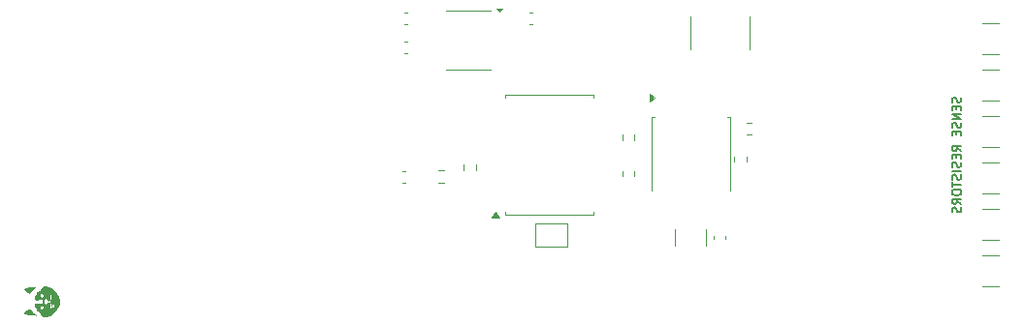
<source format=gbr>
%TF.GenerationSoftware,KiCad,Pcbnew,9.0.4*%
%TF.CreationDate,2025-09-18T09:53:14-07:00*%
%TF.ProjectId,bigpulse,62696770-756c-4736-952e-6b696361645f,rev?*%
%TF.SameCoordinates,Original*%
%TF.FileFunction,Legend,Bot*%
%TF.FilePolarity,Positive*%
%FSLAX46Y46*%
G04 Gerber Fmt 4.6, Leading zero omitted, Abs format (unit mm)*
G04 Created by KiCad (PCBNEW 9.0.4) date 2025-09-18 09:53:14*
%MOMM*%
%LPD*%
G01*
G04 APERTURE LIST*
%ADD10C,0.190500*%
%ADD11C,0.120000*%
%ADD12C,0.004482*%
%ADD13C,0.000000*%
G04 APERTURE END LIST*
D10*
X220651324Y-96574428D02*
X220687609Y-96683286D01*
X220687609Y-96683286D02*
X220687609Y-96864714D01*
X220687609Y-96864714D02*
X220651324Y-96937286D01*
X220651324Y-96937286D02*
X220615038Y-96973571D01*
X220615038Y-96973571D02*
X220542466Y-97009857D01*
X220542466Y-97009857D02*
X220469895Y-97009857D01*
X220469895Y-97009857D02*
X220397324Y-96973571D01*
X220397324Y-96973571D02*
X220361038Y-96937286D01*
X220361038Y-96937286D02*
X220324752Y-96864714D01*
X220324752Y-96864714D02*
X220288466Y-96719571D01*
X220288466Y-96719571D02*
X220252181Y-96647000D01*
X220252181Y-96647000D02*
X220215895Y-96610714D01*
X220215895Y-96610714D02*
X220143324Y-96574428D01*
X220143324Y-96574428D02*
X220070752Y-96574428D01*
X220070752Y-96574428D02*
X219998181Y-96610714D01*
X219998181Y-96610714D02*
X219961895Y-96647000D01*
X219961895Y-96647000D02*
X219925609Y-96719571D01*
X219925609Y-96719571D02*
X219925609Y-96901000D01*
X219925609Y-96901000D02*
X219961895Y-97009857D01*
X220288466Y-97336428D02*
X220288466Y-97590428D01*
X220687609Y-97699285D02*
X220687609Y-97336428D01*
X220687609Y-97336428D02*
X219925609Y-97336428D01*
X219925609Y-97336428D02*
X219925609Y-97699285D01*
X220687609Y-98025857D02*
X219925609Y-98025857D01*
X219925609Y-98025857D02*
X220687609Y-98461286D01*
X220687609Y-98461286D02*
X219925609Y-98461286D01*
X220651324Y-98787857D02*
X220687609Y-98896715D01*
X220687609Y-98896715D02*
X220687609Y-99078143D01*
X220687609Y-99078143D02*
X220651324Y-99150715D01*
X220651324Y-99150715D02*
X220615038Y-99187000D01*
X220615038Y-99187000D02*
X220542466Y-99223286D01*
X220542466Y-99223286D02*
X220469895Y-99223286D01*
X220469895Y-99223286D02*
X220397324Y-99187000D01*
X220397324Y-99187000D02*
X220361038Y-99150715D01*
X220361038Y-99150715D02*
X220324752Y-99078143D01*
X220324752Y-99078143D02*
X220288466Y-98933000D01*
X220288466Y-98933000D02*
X220252181Y-98860429D01*
X220252181Y-98860429D02*
X220215895Y-98824143D01*
X220215895Y-98824143D02*
X220143324Y-98787857D01*
X220143324Y-98787857D02*
X220070752Y-98787857D01*
X220070752Y-98787857D02*
X219998181Y-98824143D01*
X219998181Y-98824143D02*
X219961895Y-98860429D01*
X219961895Y-98860429D02*
X219925609Y-98933000D01*
X219925609Y-98933000D02*
X219925609Y-99114429D01*
X219925609Y-99114429D02*
X219961895Y-99223286D01*
X220288466Y-99549857D02*
X220288466Y-99803857D01*
X220687609Y-99912714D02*
X220687609Y-99549857D01*
X220687609Y-99549857D02*
X219925609Y-99549857D01*
X219925609Y-99549857D02*
X219925609Y-99912714D01*
X220687609Y-101255286D02*
X220324752Y-101001286D01*
X220687609Y-100819857D02*
X219925609Y-100819857D01*
X219925609Y-100819857D02*
X219925609Y-101110143D01*
X219925609Y-101110143D02*
X219961895Y-101182714D01*
X219961895Y-101182714D02*
X219998181Y-101219000D01*
X219998181Y-101219000D02*
X220070752Y-101255286D01*
X220070752Y-101255286D02*
X220179609Y-101255286D01*
X220179609Y-101255286D02*
X220252181Y-101219000D01*
X220252181Y-101219000D02*
X220288466Y-101182714D01*
X220288466Y-101182714D02*
X220324752Y-101110143D01*
X220324752Y-101110143D02*
X220324752Y-100819857D01*
X220288466Y-101581857D02*
X220288466Y-101835857D01*
X220687609Y-101944714D02*
X220687609Y-101581857D01*
X220687609Y-101581857D02*
X219925609Y-101581857D01*
X219925609Y-101581857D02*
X219925609Y-101944714D01*
X220651324Y-102235000D02*
X220687609Y-102343858D01*
X220687609Y-102343858D02*
X220687609Y-102525286D01*
X220687609Y-102525286D02*
X220651324Y-102597858D01*
X220651324Y-102597858D02*
X220615038Y-102634143D01*
X220615038Y-102634143D02*
X220542466Y-102670429D01*
X220542466Y-102670429D02*
X220469895Y-102670429D01*
X220469895Y-102670429D02*
X220397324Y-102634143D01*
X220397324Y-102634143D02*
X220361038Y-102597858D01*
X220361038Y-102597858D02*
X220324752Y-102525286D01*
X220324752Y-102525286D02*
X220288466Y-102380143D01*
X220288466Y-102380143D02*
X220252181Y-102307572D01*
X220252181Y-102307572D02*
X220215895Y-102271286D01*
X220215895Y-102271286D02*
X220143324Y-102235000D01*
X220143324Y-102235000D02*
X220070752Y-102235000D01*
X220070752Y-102235000D02*
X219998181Y-102271286D01*
X219998181Y-102271286D02*
X219961895Y-102307572D01*
X219961895Y-102307572D02*
X219925609Y-102380143D01*
X219925609Y-102380143D02*
X219925609Y-102561572D01*
X219925609Y-102561572D02*
X219961895Y-102670429D01*
X220687609Y-102997000D02*
X219925609Y-102997000D01*
X220651324Y-103323571D02*
X220687609Y-103432429D01*
X220687609Y-103432429D02*
X220687609Y-103613857D01*
X220687609Y-103613857D02*
X220651324Y-103686429D01*
X220651324Y-103686429D02*
X220615038Y-103722714D01*
X220615038Y-103722714D02*
X220542466Y-103759000D01*
X220542466Y-103759000D02*
X220469895Y-103759000D01*
X220469895Y-103759000D02*
X220397324Y-103722714D01*
X220397324Y-103722714D02*
X220361038Y-103686429D01*
X220361038Y-103686429D02*
X220324752Y-103613857D01*
X220324752Y-103613857D02*
X220288466Y-103468714D01*
X220288466Y-103468714D02*
X220252181Y-103396143D01*
X220252181Y-103396143D02*
X220215895Y-103359857D01*
X220215895Y-103359857D02*
X220143324Y-103323571D01*
X220143324Y-103323571D02*
X220070752Y-103323571D01*
X220070752Y-103323571D02*
X219998181Y-103359857D01*
X219998181Y-103359857D02*
X219961895Y-103396143D01*
X219961895Y-103396143D02*
X219925609Y-103468714D01*
X219925609Y-103468714D02*
X219925609Y-103650143D01*
X219925609Y-103650143D02*
X219961895Y-103759000D01*
X219925609Y-103976714D02*
X219925609Y-104412143D01*
X220687609Y-104194428D02*
X219925609Y-104194428D01*
X219925609Y-104811285D02*
X219925609Y-104956428D01*
X219925609Y-104956428D02*
X219961895Y-105028999D01*
X219961895Y-105028999D02*
X220034466Y-105101571D01*
X220034466Y-105101571D02*
X220179609Y-105137856D01*
X220179609Y-105137856D02*
X220433609Y-105137856D01*
X220433609Y-105137856D02*
X220578752Y-105101571D01*
X220578752Y-105101571D02*
X220651324Y-105028999D01*
X220651324Y-105028999D02*
X220687609Y-104956428D01*
X220687609Y-104956428D02*
X220687609Y-104811285D01*
X220687609Y-104811285D02*
X220651324Y-104738714D01*
X220651324Y-104738714D02*
X220578752Y-104666142D01*
X220578752Y-104666142D02*
X220433609Y-104629856D01*
X220433609Y-104629856D02*
X220179609Y-104629856D01*
X220179609Y-104629856D02*
X220034466Y-104666142D01*
X220034466Y-104666142D02*
X219961895Y-104738714D01*
X219961895Y-104738714D02*
X219925609Y-104811285D01*
X220687609Y-105899857D02*
X220324752Y-105645857D01*
X220687609Y-105464428D02*
X219925609Y-105464428D01*
X219925609Y-105464428D02*
X219925609Y-105754714D01*
X219925609Y-105754714D02*
X219961895Y-105827285D01*
X219961895Y-105827285D02*
X219998181Y-105863571D01*
X219998181Y-105863571D02*
X220070752Y-105899857D01*
X220070752Y-105899857D02*
X220179609Y-105899857D01*
X220179609Y-105899857D02*
X220252181Y-105863571D01*
X220252181Y-105863571D02*
X220288466Y-105827285D01*
X220288466Y-105827285D02*
X220324752Y-105754714D01*
X220324752Y-105754714D02*
X220324752Y-105464428D01*
X220651324Y-106190142D02*
X220687609Y-106299000D01*
X220687609Y-106299000D02*
X220687609Y-106480428D01*
X220687609Y-106480428D02*
X220651324Y-106553000D01*
X220651324Y-106553000D02*
X220615038Y-106589285D01*
X220615038Y-106589285D02*
X220542466Y-106625571D01*
X220542466Y-106625571D02*
X220469895Y-106625571D01*
X220469895Y-106625571D02*
X220397324Y-106589285D01*
X220397324Y-106589285D02*
X220361038Y-106553000D01*
X220361038Y-106553000D02*
X220324752Y-106480428D01*
X220324752Y-106480428D02*
X220288466Y-106335285D01*
X220288466Y-106335285D02*
X220252181Y-106262714D01*
X220252181Y-106262714D02*
X220215895Y-106226428D01*
X220215895Y-106226428D02*
X220143324Y-106190142D01*
X220143324Y-106190142D02*
X220070752Y-106190142D01*
X220070752Y-106190142D02*
X219998181Y-106226428D01*
X219998181Y-106226428D02*
X219961895Y-106262714D01*
X219961895Y-106262714D02*
X219925609Y-106335285D01*
X219925609Y-106335285D02*
X219925609Y-106516714D01*
X219925609Y-106516714D02*
X219961895Y-106625571D01*
D11*
%TO.C,U3*%
X177673000Y-89007000D02*
X175723000Y-89007000D01*
X177673000Y-89007000D02*
X179623000Y-89007000D01*
X177673000Y-94127000D02*
X175723000Y-94127000D01*
X177673000Y-94127000D02*
X179623000Y-94127000D01*
X180373000Y-89102000D02*
X180133000Y-88772000D01*
X180613000Y-88772000D01*
X180373000Y-89102000D01*
G36*
X180373000Y-89102000D02*
G01*
X180133000Y-88772000D01*
X180613000Y-88772000D01*
X180373000Y-89102000D01*
G37*
%TO.C,C11*%
X199134000Y-108979580D02*
X199134000Y-108698420D01*
X200154000Y-108979580D02*
X200154000Y-108698420D01*
%TO.C,R21*%
X201946742Y-98791500D02*
X202421258Y-98791500D01*
X201946742Y-99836500D02*
X202421258Y-99836500D01*
%TO.C,R13*%
X223989737Y-110405000D02*
X222542263Y-110405000D01*
X223989737Y-113115000D02*
X222542263Y-113115000D01*
%TO.C,JP2*%
X183512000Y-107610400D02*
X183512000Y-109610400D01*
X183512000Y-109610400D02*
X186312000Y-109610400D01*
X186312000Y-107610400D02*
X183512000Y-107610400D01*
X186312000Y-109610400D02*
X186312000Y-107610400D01*
D12*
%TO.C,svg2mod*%
X141290782Y-114794760D02*
X141290335Y-114815310D01*
X141289418Y-114835803D01*
X141290334Y-114815310D01*
X141290782Y-114794760D01*
G36*
X141290782Y-114794760D02*
G01*
X141290335Y-114815310D01*
X141289418Y-114835803D01*
X141290334Y-114815310D01*
X141290782Y-114794760D01*
G37*
X141289011Y-114733871D02*
X141290151Y-114753931D01*
X141290731Y-114774264D01*
X141290150Y-114753931D01*
X141289011Y-114733871D01*
G36*
X141289011Y-114733871D02*
G01*
X141290151Y-114753931D01*
X141290731Y-114774264D01*
X141290150Y-114753931D01*
X141289011Y-114733871D01*
G37*
D13*
G36*
X140027360Y-113160332D02*
G01*
X140023284Y-113166134D01*
X140009897Y-113176858D01*
X139986351Y-113193714D01*
X139951796Y-113217913D01*
X139931857Y-113232172D01*
X139911680Y-113247160D01*
X139891309Y-113262829D01*
X139870791Y-113279133D01*
X139850170Y-113296024D01*
X139829492Y-113313455D01*
X139808802Y-113331379D01*
X139788146Y-113349749D01*
X139767569Y-113368517D01*
X139747115Y-113387636D01*
X139726832Y-113407059D01*
X139706763Y-113426740D01*
X139686955Y-113446630D01*
X139667452Y-113466683D01*
X139648300Y-113486851D01*
X139629544Y-113507087D01*
X139611230Y-113527345D01*
X139593403Y-113547576D01*
X139576108Y-113567734D01*
X139559390Y-113587771D01*
X139543296Y-113607641D01*
X139527870Y-113627297D01*
X139513158Y-113646690D01*
X139499204Y-113665773D01*
X139486055Y-113684501D01*
X139473755Y-113702825D01*
X139462351Y-113720698D01*
X139451887Y-113738074D01*
X139436149Y-113761198D01*
X139425125Y-113770817D01*
X139417028Y-113767878D01*
X139399128Y-113759704D01*
X139373415Y-113747260D01*
X139341883Y-113731510D01*
X139306523Y-113713418D01*
X139270189Y-113694369D01*
X139235640Y-113675740D01*
X139202876Y-113657527D01*
X139171896Y-113639726D01*
X139142699Y-113622333D01*
X139115285Y-113605344D01*
X139089654Y-113588753D01*
X139065803Y-113572557D01*
X139043733Y-113556752D01*
X139023442Y-113541334D01*
X139004931Y-113526297D01*
X138988198Y-113511639D01*
X138973242Y-113497353D01*
X138960063Y-113483438D01*
X138948659Y-113469887D01*
X138939031Y-113456697D01*
X138931178Y-113443864D01*
X138925098Y-113431383D01*
X138920791Y-113419250D01*
X138918256Y-113407461D01*
X138917493Y-113396011D01*
X138918994Y-113382330D01*
X138923196Y-113369152D01*
X138930098Y-113356470D01*
X138939697Y-113344276D01*
X138951992Y-113332561D01*
X138966982Y-113321317D01*
X138984666Y-113310537D01*
X139005041Y-113300212D01*
X139028107Y-113290334D01*
X139053863Y-113280895D01*
X139082306Y-113271887D01*
X139113435Y-113263303D01*
X139147250Y-113255133D01*
X139183747Y-113247370D01*
X139222927Y-113240007D01*
X139239937Y-113237056D01*
X139257073Y-113234206D01*
X139274482Y-113231440D01*
X139292311Y-113228742D01*
X139310706Y-113226094D01*
X139329813Y-113223481D01*
X139349778Y-113220885D01*
X139370749Y-113218291D01*
X139392871Y-113215682D01*
X139416291Y-113213041D01*
X139441156Y-113210353D01*
X139467612Y-113207599D01*
X139495804Y-113204765D01*
X139525881Y-113201833D01*
X139557987Y-113198787D01*
X139592270Y-113195611D01*
X139628876Y-113192287D01*
X139667951Y-113188800D01*
X139709642Y-113185133D01*
X139745224Y-113182022D01*
X139780165Y-113178966D01*
X139814020Y-113176003D01*
X139846342Y-113173173D01*
X139876685Y-113170514D01*
X139904605Y-113168067D01*
X139929655Y-113165869D01*
X139951388Y-113163960D01*
X139969360Y-113162380D01*
X139983124Y-113161166D01*
X139992235Y-113160359D01*
X140010986Y-113158655D01*
X140022978Y-113158242D01*
X140027360Y-113160332D01*
G37*
G36*
X139430093Y-115085499D02*
G01*
X139441280Y-115099380D01*
X139456149Y-115119925D01*
X139473096Y-115145013D01*
X139486133Y-115164530D01*
X139499746Y-115184149D01*
X139513912Y-115203846D01*
X139528609Y-115223598D01*
X139543811Y-115243379D01*
X139559496Y-115263169D01*
X139575640Y-115282941D01*
X139592219Y-115302674D01*
X139609211Y-115322342D01*
X139626591Y-115341924D01*
X139644336Y-115361394D01*
X139662423Y-115380730D01*
X139680827Y-115399908D01*
X139699526Y-115418905D01*
X139718496Y-115437696D01*
X139737713Y-115456258D01*
X139757154Y-115474568D01*
X139776795Y-115492601D01*
X139796613Y-115510335D01*
X139816585Y-115527746D01*
X139836686Y-115544810D01*
X139856893Y-115561503D01*
X139877183Y-115577803D01*
X139897532Y-115593684D01*
X139917917Y-115609125D01*
X139938314Y-115624100D01*
X139958700Y-115638587D01*
X139979050Y-115652563D01*
X140004712Y-115669994D01*
X140025578Y-115684397D01*
X140039507Y-115694276D01*
X140044355Y-115698136D01*
X140029484Y-115696974D01*
X139995117Y-115692993D01*
X139985421Y-115691885D01*
X139971110Y-115690385D01*
X139952635Y-115688534D01*
X139930447Y-115686376D01*
X139904997Y-115683953D01*
X139876737Y-115681306D01*
X139846118Y-115678479D01*
X139813591Y-115675512D01*
X139779608Y-115672449D01*
X139744619Y-115669332D01*
X139709077Y-115666203D01*
X139671305Y-115662864D01*
X139634919Y-115659577D01*
X139599896Y-115656338D01*
X139566217Y-115653147D01*
X139533859Y-115650000D01*
X139502801Y-115646894D01*
X139473021Y-115643827D01*
X139444498Y-115640798D01*
X139417211Y-115637802D01*
X139391138Y-115634838D01*
X139366258Y-115631902D01*
X139342549Y-115628994D01*
X139319990Y-115626109D01*
X139298560Y-115623245D01*
X139278236Y-115620401D01*
X139258999Y-115617573D01*
X139240826Y-115614758D01*
X139223696Y-115611955D01*
X139207587Y-115609161D01*
X139192478Y-115606373D01*
X139178348Y-115603588D01*
X139140688Y-115595395D01*
X139105951Y-115586763D01*
X139074139Y-115577683D01*
X139045256Y-115568145D01*
X139019305Y-115558137D01*
X138996288Y-115547648D01*
X138976210Y-115536670D01*
X138959072Y-115525190D01*
X138944879Y-115513198D01*
X138933633Y-115500684D01*
X138925338Y-115487637D01*
X138919996Y-115474047D01*
X138917611Y-115459903D01*
X138917778Y-115448780D01*
X138919654Y-115437327D01*
X138923242Y-115425538D01*
X138928542Y-115413410D01*
X138935557Y-115400937D01*
X138944286Y-115388115D01*
X138954733Y-115374940D01*
X138966898Y-115361406D01*
X138980782Y-115347509D01*
X138996387Y-115333245D01*
X139013714Y-115318608D01*
X139032765Y-115303595D01*
X139053541Y-115288200D01*
X139076044Y-115272418D01*
X139100274Y-115256246D01*
X139126233Y-115239679D01*
X139153923Y-115222711D01*
X139183344Y-115205339D01*
X139214499Y-115187557D01*
X139247389Y-115169361D01*
X139282014Y-115150747D01*
X139318377Y-115131709D01*
X139349991Y-115115537D01*
X139378157Y-115101458D01*
X139401098Y-115090334D01*
X139417037Y-115083028D01*
X139424195Y-115080401D01*
X139430093Y-115085499D01*
G37*
D12*
X141868322Y-114785386D02*
X141858210Y-114806856D01*
X141847639Y-114828455D01*
X141836614Y-114850176D01*
X141825140Y-114872011D01*
X141813223Y-114893951D01*
X141800867Y-114915990D01*
X141788076Y-114938118D01*
X141774857Y-114960328D01*
X141761213Y-114982612D01*
X141747151Y-115004962D01*
X141732674Y-115027370D01*
X141717788Y-115049828D01*
X141702498Y-115072328D01*
X141686808Y-115094862D01*
X141670724Y-115117422D01*
X141654251Y-115140000D01*
X141637393Y-115162588D01*
X141620156Y-115185178D01*
X141602544Y-115207763D01*
X141584562Y-115230334D01*
X141566216Y-115252883D01*
X141547510Y-115275402D01*
X141528449Y-115297884D01*
X141509039Y-115320320D01*
X141489283Y-115342702D01*
X141469188Y-115365022D01*
X141448757Y-115387273D01*
X141427997Y-115409447D01*
X141406912Y-115431535D01*
X141385506Y-115453529D01*
X141367132Y-115472073D01*
X141349987Y-115488961D01*
X141333753Y-115504373D01*
X141318112Y-115518488D01*
X141302746Y-115531485D01*
X141287338Y-115543544D01*
X141271570Y-115554843D01*
X141255124Y-115565561D01*
X141237683Y-115575879D01*
X141218928Y-115585974D01*
X141198543Y-115596026D01*
X141176209Y-115606215D01*
X141151608Y-115616720D01*
X141124424Y-115627719D01*
X141094338Y-115639392D01*
X141061032Y-115651918D01*
X141024189Y-115665476D01*
X140983491Y-115680246D01*
X140955009Y-115690091D01*
X140927089Y-115698849D01*
X140899727Y-115706518D01*
X140872924Y-115713098D01*
X140846675Y-115718588D01*
X140820981Y-115722988D01*
X140795839Y-115726297D01*
X140771247Y-115728514D01*
X140747204Y-115729639D01*
X140723708Y-115729671D01*
X140700757Y-115728609D01*
X140678350Y-115726454D01*
X140656484Y-115723203D01*
X140635158Y-115718857D01*
X140614369Y-115713415D01*
X140594118Y-115706876D01*
X140574400Y-115699240D01*
X140555216Y-115690507D01*
X140536563Y-115680674D01*
X140518439Y-115669743D01*
X140500842Y-115657711D01*
X140483771Y-115644579D01*
X140467224Y-115630346D01*
X140451200Y-115615012D01*
X140435696Y-115598575D01*
X140420710Y-115581035D01*
X140406242Y-115562392D01*
X140392289Y-115542644D01*
X140378849Y-115521791D01*
X140365921Y-115499834D01*
X140353502Y-115476770D01*
X140341592Y-115452599D01*
X140330252Y-115428579D01*
X140319261Y-115405357D01*
X140309385Y-115384549D01*
X140301389Y-115367765D01*
X140296037Y-115356620D01*
X140287405Y-115341808D01*
X140276280Y-115328425D01*
X140262095Y-115316153D01*
X140244285Y-115304670D01*
X140222283Y-115293656D01*
X140195521Y-115282790D01*
X140163434Y-115271752D01*
X140125453Y-115260222D01*
X140104166Y-115253219D01*
X140085016Y-115245012D01*
X140067873Y-115235385D01*
X140052608Y-115224119D01*
X140039092Y-115210997D01*
X140027194Y-115195802D01*
X140016787Y-115178316D01*
X140007739Y-115158322D01*
X139999922Y-115135602D01*
X139993207Y-115109939D01*
X139987464Y-115081115D01*
X139982563Y-115048914D01*
X139978375Y-115013117D01*
X139974465Y-114981718D01*
X139969659Y-114958927D01*
X140231808Y-114958927D01*
X140233483Y-114982750D01*
X140238048Y-115005628D01*
X140245367Y-115027372D01*
X140255300Y-115047795D01*
X140267712Y-115066707D01*
X140282464Y-115083920D01*
X140299419Y-115099245D01*
X140318438Y-115112494D01*
X140339385Y-115123478D01*
X140362122Y-115132009D01*
X140386511Y-115137897D01*
X140412414Y-115140955D01*
X140435978Y-115141001D01*
X140458603Y-115138405D01*
X140480168Y-115133337D01*
X140500556Y-115125970D01*
X140519648Y-115116473D01*
X140537324Y-115105018D01*
X140553466Y-115091776D01*
X140567955Y-115076918D01*
X140580672Y-115060615D01*
X140591498Y-115043037D01*
X140600315Y-115024357D01*
X140607003Y-115004745D01*
X140611444Y-114984371D01*
X140613519Y-114963407D01*
X140613109Y-114942025D01*
X140610096Y-114920394D01*
X140604360Y-114898686D01*
X140595782Y-114877072D01*
X140585186Y-114857278D01*
X140572924Y-114839479D01*
X140559169Y-114823661D01*
X140544097Y-114809812D01*
X140527881Y-114797919D01*
X140510696Y-114787969D01*
X140492716Y-114779948D01*
X140474115Y-114773845D01*
X140455068Y-114769646D01*
X140435748Y-114767339D01*
X140416331Y-114766909D01*
X140396990Y-114768345D01*
X140377900Y-114771633D01*
X140359235Y-114776761D01*
X140341169Y-114783715D01*
X140323877Y-114792483D01*
X140307532Y-114803052D01*
X140292310Y-114815408D01*
X140278384Y-114829539D01*
X140265929Y-114845432D01*
X140255119Y-114863073D01*
X140246128Y-114882451D01*
X140239130Y-114903552D01*
X140234935Y-114922297D01*
X140232513Y-114940782D01*
X140231808Y-114958927D01*
X139969659Y-114958927D01*
X139969270Y-114957084D01*
X139961707Y-114937663D01*
X139950689Y-114921903D01*
X139935133Y-114908253D01*
X139913952Y-114895161D01*
X139886062Y-114881075D01*
X139854662Y-114865119D01*
X139830965Y-114850629D01*
X139814121Y-114836747D01*
X139803281Y-114822611D01*
X139797594Y-114807361D01*
X139796211Y-114790139D01*
X139798089Y-114775029D01*
X139802957Y-114757734D01*
X139810763Y-114738337D01*
X139821457Y-114716918D01*
X139834988Y-114693558D01*
X139851306Y-114668338D01*
X139870360Y-114641339D01*
X139892098Y-114612643D01*
X139898245Y-114606839D01*
X139906500Y-114602304D01*
X139916735Y-114598961D01*
X139928825Y-114596733D01*
X139942645Y-114595542D01*
X139958067Y-114595310D01*
X139974965Y-114595961D01*
X139993215Y-114597416D01*
X140012689Y-114599597D01*
X140033261Y-114602429D01*
X140054806Y-114605832D01*
X140077197Y-114609729D01*
X140100308Y-114614044D01*
X140124014Y-114618697D01*
X140148187Y-114623613D01*
X140172703Y-114628712D01*
X140197434Y-114633919D01*
X140222255Y-114639155D01*
X140247040Y-114644342D01*
X140271663Y-114649404D01*
X140295997Y-114654262D01*
X140319916Y-114658840D01*
X140343295Y-114663059D01*
X140366007Y-114666842D01*
X140387926Y-114670112D01*
X140408927Y-114672791D01*
X140428882Y-114674801D01*
X140447666Y-114676066D01*
X140465153Y-114676507D01*
X140481217Y-114676047D01*
X140495732Y-114674608D01*
X140508571Y-114672114D01*
X140519609Y-114668486D01*
X140528719Y-114663647D01*
X140535775Y-114657519D01*
X140540652Y-114650025D01*
X140543222Y-114641087D01*
X140543361Y-114630629D01*
X140540942Y-114618571D01*
X140535839Y-114604838D01*
X140527385Y-114583978D01*
X140519342Y-114560402D01*
X140512034Y-114534888D01*
X140505785Y-114508215D01*
X140500920Y-114481163D01*
X140497764Y-114454511D01*
X140496639Y-114429037D01*
X140497024Y-114422162D01*
X140588396Y-114422162D01*
X140588993Y-114460911D01*
X140590505Y-114496087D01*
X140592978Y-114527875D01*
X140596458Y-114556463D01*
X140600991Y-114582036D01*
X140606622Y-114604782D01*
X140613399Y-114624886D01*
X140621368Y-114642535D01*
X140630573Y-114657915D01*
X140641062Y-114671214D01*
X140652881Y-114682616D01*
X140668672Y-114693943D01*
X140685819Y-114702652D01*
X140704122Y-114708825D01*
X140723380Y-114712541D01*
X140743395Y-114713879D01*
X140763965Y-114712920D01*
X140784893Y-114709743D01*
X140805977Y-114704429D01*
X140827018Y-114697056D01*
X140847817Y-114687705D01*
X140868174Y-114676456D01*
X140887888Y-114663389D01*
X140906760Y-114648583D01*
X140924591Y-114632118D01*
X140941180Y-114614074D01*
X140956329Y-114594532D01*
X140969836Y-114573569D01*
X140981503Y-114551268D01*
X140993550Y-114526233D01*
X141002940Y-114513524D01*
X141013201Y-114512939D01*
X141027860Y-114524277D01*
X141050446Y-114547338D01*
X141066144Y-114564583D01*
X141080239Y-114582048D01*
X141092757Y-114599872D01*
X141103727Y-114618196D01*
X141113174Y-114637159D01*
X141121127Y-114656900D01*
X141127611Y-114677558D01*
X141132655Y-114699275D01*
X141136286Y-114722188D01*
X141138530Y-114746438D01*
X141139414Y-114772164D01*
X141138967Y-114799507D01*
X141137214Y-114828604D01*
X141134183Y-114859597D01*
X141129901Y-114892624D01*
X141124395Y-114927825D01*
X141119307Y-114963407D01*
X141118944Y-114965944D01*
X141116599Y-114997879D01*
X141117512Y-115024088D01*
X141121834Y-115045029D01*
X141129714Y-115061161D01*
X141141306Y-115072941D01*
X141156758Y-115080827D01*
X141176224Y-115085279D01*
X141194210Y-115084791D01*
X141211194Y-115078520D01*
X141226970Y-115066665D01*
X141241331Y-115049426D01*
X141254070Y-115027003D01*
X141264981Y-114999595D01*
X141272131Y-114980136D01*
X141280848Y-114968148D01*
X141295876Y-114961547D01*
X141321959Y-114958250D01*
X141363841Y-114956173D01*
X141401671Y-114954254D01*
X141428852Y-114951842D01*
X141431188Y-114951432D01*
X141448598Y-114948373D01*
X141464123Y-114943282D01*
X141478640Y-114936004D01*
X141496804Y-114923432D01*
X141513176Y-114907621D01*
X141527562Y-114889093D01*
X141539767Y-114868372D01*
X141549597Y-114845981D01*
X141556857Y-114822440D01*
X141561353Y-114798275D01*
X141562890Y-114774006D01*
X141561273Y-114750157D01*
X141556309Y-114727250D01*
X141548799Y-114706486D01*
X141539391Y-114687924D01*
X141527997Y-114671515D01*
X141514534Y-114657210D01*
X141498914Y-114644960D01*
X141481053Y-114634717D01*
X141460865Y-114626430D01*
X141438263Y-114620051D01*
X141413163Y-114615530D01*
X141385478Y-114612819D01*
X141355124Y-114611868D01*
X141321387Y-114610680D01*
X141295744Y-114606854D01*
X141275505Y-114599672D01*
X141257980Y-114588418D01*
X141240480Y-114572377D01*
X141226023Y-114557135D01*
X141208903Y-114538438D01*
X141191820Y-114518468D01*
X141179573Y-114500511D01*
X141170687Y-114481848D01*
X141163686Y-114459757D01*
X141161980Y-114449141D01*
X141162691Y-114434688D01*
X141167429Y-114415576D01*
X141177805Y-114390980D01*
X141195427Y-114360076D01*
X141211637Y-114333729D01*
X141226505Y-114307882D01*
X141240036Y-114282498D01*
X141252233Y-114257541D01*
X141263099Y-114232975D01*
X141272639Y-114208762D01*
X141280855Y-114184867D01*
X141287753Y-114161254D01*
X141293334Y-114137884D01*
X141297603Y-114114723D01*
X141300565Y-114091733D01*
X141302221Y-114068879D01*
X141302576Y-114046123D01*
X141301634Y-114023430D01*
X141299399Y-114000762D01*
X141295874Y-113978083D01*
X141291062Y-113955357D01*
X141284968Y-113932547D01*
X141277594Y-113909618D01*
X141268946Y-113886531D01*
X141259026Y-113863252D01*
X141247838Y-113839742D01*
X141232596Y-113810365D01*
X141221289Y-113794269D01*
X141209041Y-113786526D01*
X141190977Y-113782206D01*
X141169649Y-113779146D01*
X141152052Y-113778948D01*
X141138026Y-113781958D01*
X141127409Y-113788525D01*
X141120042Y-113798994D01*
X141115763Y-113813715D01*
X141114411Y-113833034D01*
X141115828Y-113857298D01*
X141119850Y-113886856D01*
X141121301Y-113894748D01*
X141126319Y-113922053D01*
X141132642Y-113955770D01*
X141137639Y-113987251D01*
X141141314Y-114016616D01*
X141143666Y-114043985D01*
X141144699Y-114069478D01*
X141144414Y-114093216D01*
X141142813Y-114115318D01*
X141139897Y-114135905D01*
X141135669Y-114155097D01*
X141130131Y-114173015D01*
X141119920Y-114197952D01*
X141106909Y-114224226D01*
X141091905Y-114250697D01*
X141075714Y-114276224D01*
X141059141Y-114299667D01*
X141042994Y-114319886D01*
X141028078Y-114335739D01*
X141015199Y-114346088D01*
X141005165Y-114349791D01*
X140995445Y-114338169D01*
X140979853Y-114310226D01*
X140967411Y-114288200D01*
X140952560Y-114266807D01*
X140935636Y-114246306D01*
X140916973Y-114226955D01*
X140896909Y-114209013D01*
X140875779Y-114192739D01*
X140853918Y-114178392D01*
X140831664Y-114166230D01*
X140809350Y-114156511D01*
X140787315Y-114149496D01*
X140765893Y-114145441D01*
X140745887Y-114144142D01*
X140727031Y-114145111D01*
X140709335Y-114148333D01*
X140692808Y-114153794D01*
X140677458Y-114161480D01*
X140663295Y-114171378D01*
X140650327Y-114183472D01*
X140638564Y-114197750D01*
X140628015Y-114214196D01*
X140618688Y-114232798D01*
X140610594Y-114253540D01*
X140603739Y-114276409D01*
X140598135Y-114301390D01*
X140593790Y-114328471D01*
X140590712Y-114357635D01*
X140588911Y-114388871D01*
X140588396Y-114422162D01*
X140497024Y-114422162D01*
X140498003Y-114404652D01*
X140501718Y-114380332D01*
X140507221Y-114356141D01*
X140513946Y-114332145D01*
X140521331Y-114308410D01*
X140528810Y-114285000D01*
X140535820Y-114261982D01*
X140538432Y-114249100D01*
X140538407Y-114237903D01*
X140535875Y-114228306D01*
X140530966Y-114220221D01*
X140523811Y-114213564D01*
X140514541Y-114208247D01*
X140503284Y-114204184D01*
X140490171Y-114201290D01*
X140475334Y-114199478D01*
X140458901Y-114198662D01*
X140441002Y-114198756D01*
X140421769Y-114199673D01*
X140401332Y-114201328D01*
X140379819Y-114203634D01*
X140357363Y-114206505D01*
X140334093Y-114209855D01*
X140310138Y-114213597D01*
X140285630Y-114217646D01*
X140260699Y-114221916D01*
X140235474Y-114226319D01*
X140210087Y-114230771D01*
X140184666Y-114235184D01*
X140159343Y-114239473D01*
X140134247Y-114243551D01*
X140109509Y-114247333D01*
X140085260Y-114250732D01*
X140061628Y-114253661D01*
X140038744Y-114256035D01*
X140016740Y-114257768D01*
X139995744Y-114258773D01*
X139975887Y-114258965D01*
X139957299Y-114258256D01*
X139940110Y-114256561D01*
X139924451Y-114253794D01*
X139910452Y-114249868D01*
X139898243Y-114244698D01*
X139887954Y-114238196D01*
X139879716Y-114230278D01*
X139862002Y-114208229D01*
X139846662Y-114187534D01*
X139833777Y-114168013D01*
X139823430Y-114149488D01*
X139815702Y-114131779D01*
X139810675Y-114114707D01*
X139808431Y-114098094D01*
X139809052Y-114081760D01*
X139812619Y-114065527D01*
X139819214Y-114049216D01*
X139828920Y-114032647D01*
X139841818Y-114015642D01*
X139857990Y-113998022D01*
X139877517Y-113979607D01*
X139900482Y-113960219D01*
X139926967Y-113939678D01*
X139941149Y-113930496D01*
X139951201Y-113921358D01*
X139958568Y-113908862D01*
X139961352Y-113900114D01*
X140232556Y-113900114D01*
X140234049Y-113922394D01*
X140238027Y-113944253D01*
X140244447Y-113965428D01*
X140253262Y-113985659D01*
X140264428Y-114004684D01*
X140277899Y-114022239D01*
X140293629Y-114038065D01*
X140311575Y-114051898D01*
X140331690Y-114063477D01*
X140353691Y-114072870D01*
X140375603Y-114079594D01*
X140397299Y-114083761D01*
X140418651Y-114085484D01*
X140439532Y-114084876D01*
X140459814Y-114082050D01*
X140479369Y-114077118D01*
X140498072Y-114070194D01*
X140515792Y-114061390D01*
X140532405Y-114050818D01*
X140547781Y-114038592D01*
X140561793Y-114024824D01*
X140574314Y-114009627D01*
X140585217Y-113993113D01*
X140594374Y-113975396D01*
X140601657Y-113956589D01*
X140606939Y-113936803D01*
X140610093Y-113916152D01*
X140610990Y-113894748D01*
X140609505Y-113872705D01*
X140605508Y-113850135D01*
X140598873Y-113827150D01*
X140590194Y-113806468D01*
X140579220Y-113787616D01*
X140566183Y-113770636D01*
X140551315Y-113755571D01*
X140534848Y-113742464D01*
X140517015Y-113731355D01*
X140498046Y-113722288D01*
X140478175Y-113715304D01*
X140457634Y-113710446D01*
X140436653Y-113707756D01*
X140415466Y-113707276D01*
X140394305Y-113709048D01*
X140373401Y-113713115D01*
X140352986Y-113719518D01*
X140333293Y-113728300D01*
X140314554Y-113739503D01*
X140297000Y-113753169D01*
X140280865Y-113769340D01*
X140265698Y-113788960D01*
X140253444Y-113809828D01*
X140244051Y-113831660D01*
X140237472Y-113854173D01*
X140233657Y-113877086D01*
X140232556Y-113900114D01*
X139961352Y-113900114D01*
X139964696Y-113889605D01*
X139971029Y-113860182D01*
X139979014Y-113817193D01*
X139985191Y-113783525D01*
X139990794Y-113754558D01*
X139996255Y-113729741D01*
X140002007Y-113708523D01*
X140008481Y-113690354D01*
X140016109Y-113674685D01*
X140025324Y-113660965D01*
X140036557Y-113648643D01*
X140050241Y-113637170D01*
X140066808Y-113625994D01*
X140086689Y-113614567D01*
X140110318Y-113602337D01*
X140138125Y-113588755D01*
X140170543Y-113573270D01*
X140206228Y-113556150D01*
X140233491Y-113542386D01*
X140254024Y-113530511D01*
X140269520Y-113519059D01*
X140281671Y-113506565D01*
X140292171Y-113491563D01*
X140302711Y-113472585D01*
X140314985Y-113448168D01*
X140330342Y-113418044D01*
X140345731Y-113389546D01*
X140361187Y-113362648D01*
X140376743Y-113337322D01*
X140392433Y-113313544D01*
X140408290Y-113291286D01*
X140424348Y-113270522D01*
X140440641Y-113251227D01*
X140457203Y-113233375D01*
X140474066Y-113216938D01*
X140491265Y-113201891D01*
X140508833Y-113188208D01*
X140526804Y-113175862D01*
X140545212Y-113164827D01*
X140564089Y-113155078D01*
X140583470Y-113146587D01*
X140603389Y-113139329D01*
X140623878Y-113133278D01*
X140644972Y-113128407D01*
X140666704Y-113124690D01*
X140689109Y-113122101D01*
X140712218Y-113120614D01*
X140736067Y-113120202D01*
X140755287Y-113120524D01*
X140773842Y-113121357D01*
X140792055Y-113122786D01*
X140810248Y-113124899D01*
X140828744Y-113127782D01*
X140847866Y-113131521D01*
X140867936Y-113136202D01*
X140889278Y-113141912D01*
X140912213Y-113148737D01*
X140937065Y-113156764D01*
X140964157Y-113166078D01*
X140993811Y-113176766D01*
X141026349Y-113188915D01*
X141062095Y-113202611D01*
X141101372Y-113217940D01*
X141135078Y-113231216D01*
X141164249Y-113242869D01*
X141189519Y-113253310D01*
X141211520Y-113262947D01*
X141230888Y-113272190D01*
X141248256Y-113281448D01*
X141264257Y-113291132D01*
X141279526Y-113301650D01*
X141294697Y-113313413D01*
X141310403Y-113326829D01*
X141327279Y-113342308D01*
X141345957Y-113360260D01*
X141367073Y-113381094D01*
X141391260Y-113405220D01*
X141414069Y-113428259D01*
X141436481Y-113451401D01*
X141458490Y-113474636D01*
X141480094Y-113497956D01*
X141501286Y-113521351D01*
X141522064Y-113544814D01*
X141542421Y-113568334D01*
X141562354Y-113591903D01*
X141581859Y-113615511D01*
X141600931Y-113639151D01*
X141619565Y-113662812D01*
X141637757Y-113686486D01*
X141655503Y-113710164D01*
X141672798Y-113733837D01*
X141689637Y-113757495D01*
X141706017Y-113781131D01*
X141721933Y-113804734D01*
X141737381Y-113828296D01*
X141752355Y-113851809D01*
X141766852Y-113875262D01*
X141780867Y-113898647D01*
X141794395Y-113921955D01*
X141807433Y-113945176D01*
X141819976Y-113968303D01*
X141832019Y-113991326D01*
X141843557Y-114014236D01*
X141854588Y-114037023D01*
X141865105Y-114059680D01*
X141875105Y-114082197D01*
X141884583Y-114104565D01*
X141893535Y-114126774D01*
X141901956Y-114148817D01*
X141909842Y-114170684D01*
X141917188Y-114192366D01*
X141923991Y-114213854D01*
X141930244Y-114235139D01*
X141935945Y-114256213D01*
X141941089Y-114277065D01*
X141945670Y-114297688D01*
X141949686Y-114318071D01*
X141953130Y-114338207D01*
X141956000Y-114358086D01*
X141958290Y-114377699D01*
X141959996Y-114397038D01*
X141961114Y-114416092D01*
X141961638Y-114434854D01*
X141961566Y-114453314D01*
X141960891Y-114471463D01*
X141959611Y-114489293D01*
X141957720Y-114506793D01*
X141955213Y-114523956D01*
X141952087Y-114540773D01*
X141947866Y-114560064D01*
X141943126Y-114579580D01*
X141937873Y-114599314D01*
X141932112Y-114619257D01*
X141925848Y-114639402D01*
X141919085Y-114659740D01*
X141911829Y-114680264D01*
X141904085Y-114700965D01*
X141895857Y-114721836D01*
X141887151Y-114742869D01*
X141877971Y-114764055D01*
X141873470Y-114774006D01*
X141868322Y-114785386D01*
G36*
X141868322Y-114785386D02*
G01*
X141858210Y-114806856D01*
X141847639Y-114828455D01*
X141836614Y-114850176D01*
X141825140Y-114872011D01*
X141813223Y-114893951D01*
X141800867Y-114915990D01*
X141788076Y-114938118D01*
X141774857Y-114960328D01*
X141761213Y-114982612D01*
X141747151Y-115004962D01*
X141732674Y-115027370D01*
X141717788Y-115049828D01*
X141702498Y-115072328D01*
X141686808Y-115094862D01*
X141670724Y-115117422D01*
X141654251Y-115140000D01*
X141637393Y-115162588D01*
X141620156Y-115185178D01*
X141602544Y-115207763D01*
X141584562Y-115230334D01*
X141566216Y-115252883D01*
X141547510Y-115275402D01*
X141528449Y-115297884D01*
X141509039Y-115320320D01*
X141489283Y-115342702D01*
X141469188Y-115365022D01*
X141448757Y-115387273D01*
X141427997Y-115409447D01*
X141406912Y-115431535D01*
X141385506Y-115453529D01*
X141367132Y-115472073D01*
X141349987Y-115488961D01*
X141333753Y-115504373D01*
X141318112Y-115518488D01*
X141302746Y-115531485D01*
X141287338Y-115543544D01*
X141271570Y-115554843D01*
X141255124Y-115565561D01*
X141237683Y-115575879D01*
X141218928Y-115585974D01*
X141198543Y-115596026D01*
X141176209Y-115606215D01*
X141151608Y-115616720D01*
X141124424Y-115627719D01*
X141094338Y-115639392D01*
X141061032Y-115651918D01*
X141024189Y-115665476D01*
X140983491Y-115680246D01*
X140955009Y-115690091D01*
X140927089Y-115698849D01*
X140899727Y-115706518D01*
X140872924Y-115713098D01*
X140846675Y-115718588D01*
X140820981Y-115722988D01*
X140795839Y-115726297D01*
X140771247Y-115728514D01*
X140747204Y-115729639D01*
X140723708Y-115729671D01*
X140700757Y-115728609D01*
X140678350Y-115726454D01*
X140656484Y-115723203D01*
X140635158Y-115718857D01*
X140614369Y-115713415D01*
X140594118Y-115706876D01*
X140574400Y-115699240D01*
X140555216Y-115690507D01*
X140536563Y-115680674D01*
X140518439Y-115669743D01*
X140500842Y-115657711D01*
X140483771Y-115644579D01*
X140467224Y-115630346D01*
X140451200Y-115615012D01*
X140435696Y-115598575D01*
X140420710Y-115581035D01*
X140406242Y-115562392D01*
X140392289Y-115542644D01*
X140378849Y-115521791D01*
X140365921Y-115499834D01*
X140353502Y-115476770D01*
X140341592Y-115452599D01*
X140330252Y-115428579D01*
X140319261Y-115405357D01*
X140309385Y-115384549D01*
X140301389Y-115367765D01*
X140296037Y-115356620D01*
X140287405Y-115341808D01*
X140276280Y-115328425D01*
X140262095Y-115316153D01*
X140244285Y-115304670D01*
X140222283Y-115293656D01*
X140195521Y-115282790D01*
X140163434Y-115271752D01*
X140125453Y-115260222D01*
X140104166Y-115253219D01*
X140085016Y-115245012D01*
X140067873Y-115235385D01*
X140052608Y-115224119D01*
X140039092Y-115210997D01*
X140027194Y-115195802D01*
X140016787Y-115178316D01*
X140007739Y-115158322D01*
X139999922Y-115135602D01*
X139993207Y-115109939D01*
X139987464Y-115081115D01*
X139982563Y-115048914D01*
X139978375Y-115013117D01*
X139974465Y-114981718D01*
X139969659Y-114958927D01*
X140231808Y-114958927D01*
X140233483Y-114982750D01*
X140238048Y-115005628D01*
X140245367Y-115027372D01*
X140255300Y-115047795D01*
X140267712Y-115066707D01*
X140282464Y-115083920D01*
X140299419Y-115099245D01*
X140318438Y-115112494D01*
X140339385Y-115123478D01*
X140362122Y-115132009D01*
X140386511Y-115137897D01*
X140412414Y-115140955D01*
X140435978Y-115141001D01*
X140458603Y-115138405D01*
X140480168Y-115133337D01*
X140500556Y-115125970D01*
X140519648Y-115116473D01*
X140537324Y-115105018D01*
X140553466Y-115091776D01*
X140567955Y-115076918D01*
X140580672Y-115060615D01*
X140591498Y-115043037D01*
X140600315Y-115024357D01*
X140607003Y-115004745D01*
X140611444Y-114984371D01*
X140613519Y-114963407D01*
X140613109Y-114942025D01*
X140610096Y-114920394D01*
X140604360Y-114898686D01*
X140595782Y-114877072D01*
X140585186Y-114857278D01*
X140572924Y-114839479D01*
X140559169Y-114823661D01*
X140544097Y-114809812D01*
X140527881Y-114797919D01*
X140510696Y-114787969D01*
X140492716Y-114779948D01*
X140474115Y-114773845D01*
X140455068Y-114769646D01*
X140435748Y-114767339D01*
X140416331Y-114766909D01*
X140396990Y-114768345D01*
X140377900Y-114771633D01*
X140359235Y-114776761D01*
X140341169Y-114783715D01*
X140323877Y-114792483D01*
X140307532Y-114803052D01*
X140292310Y-114815408D01*
X140278384Y-114829539D01*
X140265929Y-114845432D01*
X140255119Y-114863073D01*
X140246128Y-114882451D01*
X140239130Y-114903552D01*
X140234935Y-114922297D01*
X140232513Y-114940782D01*
X140231808Y-114958927D01*
X139969659Y-114958927D01*
X139969270Y-114957084D01*
X139961707Y-114937663D01*
X139950689Y-114921903D01*
X139935133Y-114908253D01*
X139913952Y-114895161D01*
X139886062Y-114881075D01*
X139854662Y-114865119D01*
X139830965Y-114850629D01*
X139814121Y-114836747D01*
X139803281Y-114822611D01*
X139797594Y-114807361D01*
X139796211Y-114790139D01*
X139798089Y-114775029D01*
X139802957Y-114757734D01*
X139810763Y-114738337D01*
X139821457Y-114716918D01*
X139834988Y-114693558D01*
X139851306Y-114668338D01*
X139870360Y-114641339D01*
X139892098Y-114612643D01*
X139898245Y-114606839D01*
X139906500Y-114602304D01*
X139916735Y-114598961D01*
X139928825Y-114596733D01*
X139942645Y-114595542D01*
X139958067Y-114595310D01*
X139974965Y-114595961D01*
X139993215Y-114597416D01*
X140012689Y-114599597D01*
X140033261Y-114602429D01*
X140054806Y-114605832D01*
X140077197Y-114609729D01*
X140100308Y-114614044D01*
X140124014Y-114618697D01*
X140148187Y-114623613D01*
X140172703Y-114628712D01*
X140197434Y-114633919D01*
X140222255Y-114639155D01*
X140247040Y-114644342D01*
X140271663Y-114649404D01*
X140295997Y-114654262D01*
X140319916Y-114658840D01*
X140343295Y-114663059D01*
X140366007Y-114666842D01*
X140387926Y-114670112D01*
X140408927Y-114672791D01*
X140428882Y-114674801D01*
X140447666Y-114676066D01*
X140465153Y-114676507D01*
X140481217Y-114676047D01*
X140495732Y-114674608D01*
X140508571Y-114672114D01*
X140519609Y-114668486D01*
X140528719Y-114663647D01*
X140535775Y-114657519D01*
X140540652Y-114650025D01*
X140543222Y-114641087D01*
X140543361Y-114630629D01*
X140540942Y-114618571D01*
X140535839Y-114604838D01*
X140527385Y-114583978D01*
X140519342Y-114560402D01*
X140512034Y-114534888D01*
X140505785Y-114508215D01*
X140500920Y-114481163D01*
X140497764Y-114454511D01*
X140496639Y-114429037D01*
X140497024Y-114422162D01*
X140588396Y-114422162D01*
X140588993Y-114460911D01*
X140590505Y-114496087D01*
X140592978Y-114527875D01*
X140596458Y-114556463D01*
X140600991Y-114582036D01*
X140606622Y-114604782D01*
X140613399Y-114624886D01*
X140621368Y-114642535D01*
X140630573Y-114657915D01*
X140641062Y-114671214D01*
X140652881Y-114682616D01*
X140668672Y-114693943D01*
X140685819Y-114702652D01*
X140704122Y-114708825D01*
X140723380Y-114712541D01*
X140743395Y-114713879D01*
X140763965Y-114712920D01*
X140784893Y-114709743D01*
X140805977Y-114704429D01*
X140827018Y-114697056D01*
X140847817Y-114687705D01*
X140868174Y-114676456D01*
X140887888Y-114663389D01*
X140906760Y-114648583D01*
X140924591Y-114632118D01*
X140941180Y-114614074D01*
X140956329Y-114594532D01*
X140969836Y-114573569D01*
X140981503Y-114551268D01*
X140993550Y-114526233D01*
X141002940Y-114513524D01*
X141013201Y-114512939D01*
X141027860Y-114524277D01*
X141050446Y-114547338D01*
X141066144Y-114564583D01*
X141080239Y-114582048D01*
X141092757Y-114599872D01*
X141103727Y-114618196D01*
X141113174Y-114637159D01*
X141121127Y-114656900D01*
X141127611Y-114677558D01*
X141132655Y-114699275D01*
X141136286Y-114722188D01*
X141138530Y-114746438D01*
X141139414Y-114772164D01*
X141138967Y-114799507D01*
X141137214Y-114828604D01*
X141134183Y-114859597D01*
X141129901Y-114892624D01*
X141124395Y-114927825D01*
X141119307Y-114963407D01*
X141118944Y-114965944D01*
X141116599Y-114997879D01*
X141117512Y-115024088D01*
X141121834Y-115045029D01*
X141129714Y-115061161D01*
X141141306Y-115072941D01*
X141156758Y-115080827D01*
X141176224Y-115085279D01*
X141194210Y-115084791D01*
X141211194Y-115078520D01*
X141226970Y-115066665D01*
X141241331Y-115049426D01*
X141254070Y-115027003D01*
X141264981Y-114999595D01*
X141272131Y-114980136D01*
X141280848Y-114968148D01*
X141295876Y-114961547D01*
X141321959Y-114958250D01*
X141363841Y-114956173D01*
X141401671Y-114954254D01*
X141428852Y-114951842D01*
X141431188Y-114951432D01*
X141448598Y-114948373D01*
X141464123Y-114943282D01*
X141478640Y-114936004D01*
X141496804Y-114923432D01*
X141513176Y-114907621D01*
X141527562Y-114889093D01*
X141539767Y-114868372D01*
X141549597Y-114845981D01*
X141556857Y-114822440D01*
X141561353Y-114798275D01*
X141562890Y-114774006D01*
X141561273Y-114750157D01*
X141556309Y-114727250D01*
X141548799Y-114706486D01*
X141539391Y-114687924D01*
X141527997Y-114671515D01*
X141514534Y-114657210D01*
X141498914Y-114644960D01*
X141481053Y-114634717D01*
X141460865Y-114626430D01*
X141438263Y-114620051D01*
X141413163Y-114615530D01*
X141385478Y-114612819D01*
X141355124Y-114611868D01*
X141321387Y-114610680D01*
X141295744Y-114606854D01*
X141275505Y-114599672D01*
X141257980Y-114588418D01*
X141240480Y-114572377D01*
X141226023Y-114557135D01*
X141208903Y-114538438D01*
X141191820Y-114518468D01*
X141179573Y-114500511D01*
X141170687Y-114481848D01*
X141163686Y-114459757D01*
X141161980Y-114449141D01*
X141162691Y-114434688D01*
X141167429Y-114415576D01*
X141177805Y-114390980D01*
X141195427Y-114360076D01*
X141211637Y-114333729D01*
X141226505Y-114307882D01*
X141240036Y-114282498D01*
X141252233Y-114257541D01*
X141263099Y-114232975D01*
X141272639Y-114208762D01*
X141280855Y-114184867D01*
X141287753Y-114161254D01*
X141293334Y-114137884D01*
X141297603Y-114114723D01*
X141300565Y-114091733D01*
X141302221Y-114068879D01*
X141302576Y-114046123D01*
X141301634Y-114023430D01*
X141299399Y-114000762D01*
X141295874Y-113978083D01*
X141291062Y-113955357D01*
X141284968Y-113932547D01*
X141277594Y-113909618D01*
X141268946Y-113886531D01*
X141259026Y-113863252D01*
X141247838Y-113839742D01*
X141232596Y-113810365D01*
X141221289Y-113794269D01*
X141209041Y-113786526D01*
X141190977Y-113782206D01*
X141169649Y-113779146D01*
X141152052Y-113778948D01*
X141138026Y-113781958D01*
X141127409Y-113788525D01*
X141120042Y-113798994D01*
X141115763Y-113813715D01*
X141114411Y-113833034D01*
X141115828Y-113857298D01*
X141119850Y-113886856D01*
X141121301Y-113894748D01*
X141126319Y-113922053D01*
X141132642Y-113955770D01*
X141137639Y-113987251D01*
X141141314Y-114016616D01*
X141143666Y-114043985D01*
X141144699Y-114069478D01*
X141144414Y-114093216D01*
X141142813Y-114115318D01*
X141139897Y-114135905D01*
X141135669Y-114155097D01*
X141130131Y-114173015D01*
X141119920Y-114197952D01*
X141106909Y-114224226D01*
X141091905Y-114250697D01*
X141075714Y-114276224D01*
X141059141Y-114299667D01*
X141042994Y-114319886D01*
X141028078Y-114335739D01*
X141015199Y-114346088D01*
X141005165Y-114349791D01*
X140995445Y-114338169D01*
X140979853Y-114310226D01*
X140967411Y-114288200D01*
X140952560Y-114266807D01*
X140935636Y-114246306D01*
X140916973Y-114226955D01*
X140896909Y-114209013D01*
X140875779Y-114192739D01*
X140853918Y-114178392D01*
X140831664Y-114166230D01*
X140809350Y-114156511D01*
X140787315Y-114149496D01*
X140765893Y-114145441D01*
X140745887Y-114144142D01*
X140727031Y-114145111D01*
X140709335Y-114148333D01*
X140692808Y-114153794D01*
X140677458Y-114161480D01*
X140663295Y-114171378D01*
X140650327Y-114183472D01*
X140638564Y-114197750D01*
X140628015Y-114214196D01*
X140618688Y-114232798D01*
X140610594Y-114253540D01*
X140603739Y-114276409D01*
X140598135Y-114301390D01*
X140593790Y-114328471D01*
X140590712Y-114357635D01*
X140588911Y-114388871D01*
X140588396Y-114422162D01*
X140497024Y-114422162D01*
X140498003Y-114404652D01*
X140501718Y-114380332D01*
X140507221Y-114356141D01*
X140513946Y-114332145D01*
X140521331Y-114308410D01*
X140528810Y-114285000D01*
X140535820Y-114261982D01*
X140538432Y-114249100D01*
X140538407Y-114237903D01*
X140535875Y-114228306D01*
X140530966Y-114220221D01*
X140523811Y-114213564D01*
X140514541Y-114208247D01*
X140503284Y-114204184D01*
X140490171Y-114201290D01*
X140475334Y-114199478D01*
X140458901Y-114198662D01*
X140441002Y-114198756D01*
X140421769Y-114199673D01*
X140401332Y-114201328D01*
X140379819Y-114203634D01*
X140357363Y-114206505D01*
X140334093Y-114209855D01*
X140310138Y-114213597D01*
X140285630Y-114217646D01*
X140260699Y-114221916D01*
X140235474Y-114226319D01*
X140210087Y-114230771D01*
X140184666Y-114235184D01*
X140159343Y-114239473D01*
X140134247Y-114243551D01*
X140109509Y-114247333D01*
X140085260Y-114250732D01*
X140061628Y-114253661D01*
X140038744Y-114256035D01*
X140016740Y-114257768D01*
X139995744Y-114258773D01*
X139975887Y-114258965D01*
X139957299Y-114258256D01*
X139940110Y-114256561D01*
X139924451Y-114253794D01*
X139910452Y-114249868D01*
X139898243Y-114244698D01*
X139887954Y-114238196D01*
X139879716Y-114230278D01*
X139862002Y-114208229D01*
X139846662Y-114187534D01*
X139833777Y-114168013D01*
X139823430Y-114149488D01*
X139815702Y-114131779D01*
X139810675Y-114114707D01*
X139808431Y-114098094D01*
X139809052Y-114081760D01*
X139812619Y-114065527D01*
X139819214Y-114049216D01*
X139828920Y-114032647D01*
X139841818Y-114015642D01*
X139857990Y-113998022D01*
X139877517Y-113979607D01*
X139900482Y-113960219D01*
X139926967Y-113939678D01*
X139941149Y-113930496D01*
X139951201Y-113921358D01*
X139958568Y-113908862D01*
X139961352Y-113900114D01*
X140232556Y-113900114D01*
X140234049Y-113922394D01*
X140238027Y-113944253D01*
X140244447Y-113965428D01*
X140253262Y-113985659D01*
X140264428Y-114004684D01*
X140277899Y-114022239D01*
X140293629Y-114038065D01*
X140311575Y-114051898D01*
X140331690Y-114063477D01*
X140353691Y-114072870D01*
X140375603Y-114079594D01*
X140397299Y-114083761D01*
X140418651Y-114085484D01*
X140439532Y-114084876D01*
X140459814Y-114082050D01*
X140479369Y-114077118D01*
X140498072Y-114070194D01*
X140515792Y-114061390D01*
X140532405Y-114050818D01*
X140547781Y-114038592D01*
X140561793Y-114024824D01*
X140574314Y-114009627D01*
X140585217Y-113993113D01*
X140594374Y-113975396D01*
X140601657Y-113956589D01*
X140606939Y-113936803D01*
X140610093Y-113916152D01*
X140610990Y-113894748D01*
X140609505Y-113872705D01*
X140605508Y-113850135D01*
X140598873Y-113827150D01*
X140590194Y-113806468D01*
X140579220Y-113787616D01*
X140566183Y-113770636D01*
X140551315Y-113755571D01*
X140534848Y-113742464D01*
X140517015Y-113731355D01*
X140498046Y-113722288D01*
X140478175Y-113715304D01*
X140457634Y-113710446D01*
X140436653Y-113707756D01*
X140415466Y-113707276D01*
X140394305Y-113709048D01*
X140373401Y-113713115D01*
X140352986Y-113719518D01*
X140333293Y-113728300D01*
X140314554Y-113739503D01*
X140297000Y-113753169D01*
X140280865Y-113769340D01*
X140265698Y-113788960D01*
X140253444Y-113809828D01*
X140244051Y-113831660D01*
X140237472Y-113854173D01*
X140233657Y-113877086D01*
X140232556Y-113900114D01*
X139961352Y-113900114D01*
X139964696Y-113889605D01*
X139971029Y-113860182D01*
X139979014Y-113817193D01*
X139985191Y-113783525D01*
X139990794Y-113754558D01*
X139996255Y-113729741D01*
X140002007Y-113708523D01*
X140008481Y-113690354D01*
X140016109Y-113674685D01*
X140025324Y-113660965D01*
X140036557Y-113648643D01*
X140050241Y-113637170D01*
X140066808Y-113625994D01*
X140086689Y-113614567D01*
X140110318Y-113602337D01*
X140138125Y-113588755D01*
X140170543Y-113573270D01*
X140206228Y-113556150D01*
X140233491Y-113542386D01*
X140254024Y-113530511D01*
X140269520Y-113519059D01*
X140281671Y-113506565D01*
X140292171Y-113491563D01*
X140302711Y-113472585D01*
X140314985Y-113448168D01*
X140330342Y-113418044D01*
X140345731Y-113389546D01*
X140361187Y-113362648D01*
X140376743Y-113337322D01*
X140392433Y-113313544D01*
X140408290Y-113291286D01*
X140424348Y-113270522D01*
X140440641Y-113251227D01*
X140457203Y-113233375D01*
X140474066Y-113216938D01*
X140491265Y-113201891D01*
X140508833Y-113188208D01*
X140526804Y-113175862D01*
X140545212Y-113164827D01*
X140564089Y-113155078D01*
X140583470Y-113146587D01*
X140603389Y-113139329D01*
X140623878Y-113133278D01*
X140644972Y-113128407D01*
X140666704Y-113124690D01*
X140689109Y-113122101D01*
X140712218Y-113120614D01*
X140736067Y-113120202D01*
X140755287Y-113120524D01*
X140773842Y-113121357D01*
X140792055Y-113122786D01*
X140810248Y-113124899D01*
X140828744Y-113127782D01*
X140847866Y-113131521D01*
X140867936Y-113136202D01*
X140889278Y-113141912D01*
X140912213Y-113148737D01*
X140937065Y-113156764D01*
X140964157Y-113166078D01*
X140993811Y-113176766D01*
X141026349Y-113188915D01*
X141062095Y-113202611D01*
X141101372Y-113217940D01*
X141135078Y-113231216D01*
X141164249Y-113242869D01*
X141189519Y-113253310D01*
X141211520Y-113262947D01*
X141230888Y-113272190D01*
X141248256Y-113281448D01*
X141264257Y-113291132D01*
X141279526Y-113301650D01*
X141294697Y-113313413D01*
X141310403Y-113326829D01*
X141327279Y-113342308D01*
X141345957Y-113360260D01*
X141367073Y-113381094D01*
X141391260Y-113405220D01*
X141414069Y-113428259D01*
X141436481Y-113451401D01*
X141458490Y-113474636D01*
X141480094Y-113497956D01*
X141501286Y-113521351D01*
X141522064Y-113544814D01*
X141542421Y-113568334D01*
X141562354Y-113591903D01*
X141581859Y-113615511D01*
X141600931Y-113639151D01*
X141619565Y-113662812D01*
X141637757Y-113686486D01*
X141655503Y-113710164D01*
X141672798Y-113733837D01*
X141689637Y-113757495D01*
X141706017Y-113781131D01*
X141721933Y-113804734D01*
X141737381Y-113828296D01*
X141752355Y-113851809D01*
X141766852Y-113875262D01*
X141780867Y-113898647D01*
X141794395Y-113921955D01*
X141807433Y-113945176D01*
X141819976Y-113968303D01*
X141832019Y-113991326D01*
X141843557Y-114014236D01*
X141854588Y-114037023D01*
X141865105Y-114059680D01*
X141875105Y-114082197D01*
X141884583Y-114104565D01*
X141893535Y-114126774D01*
X141901956Y-114148817D01*
X141909842Y-114170684D01*
X141917188Y-114192366D01*
X141923991Y-114213854D01*
X141930244Y-114235139D01*
X141935945Y-114256213D01*
X141941089Y-114277065D01*
X141945670Y-114297688D01*
X141949686Y-114318071D01*
X141953130Y-114338207D01*
X141956000Y-114358086D01*
X141958290Y-114377699D01*
X141959996Y-114397038D01*
X141961114Y-114416092D01*
X141961638Y-114434854D01*
X141961566Y-114453314D01*
X141960891Y-114471463D01*
X141959611Y-114489293D01*
X141957720Y-114506793D01*
X141955213Y-114523956D01*
X141952087Y-114540773D01*
X141947866Y-114560064D01*
X141943126Y-114579580D01*
X141937873Y-114599314D01*
X141932112Y-114619257D01*
X141925848Y-114639402D01*
X141919085Y-114659740D01*
X141911829Y-114680264D01*
X141904085Y-114700965D01*
X141895857Y-114721836D01*
X141887151Y-114742869D01*
X141877971Y-114764055D01*
X141873470Y-114774006D01*
X141868322Y-114785386D01*
G37*
D11*
%TO.C,U4*%
X193654000Y-98290000D02*
X193924000Y-98290000D01*
X193654000Y-104710000D02*
X193654000Y-98290000D01*
X200554000Y-98290000D02*
X200284000Y-98290000D01*
X200554000Y-104710000D02*
X200554000Y-98290000D01*
X193964000Y-96560000D02*
X193494000Y-96900000D01*
X193494000Y-96220000D01*
X193964000Y-96560000D01*
G36*
X193964000Y-96560000D02*
G01*
X193494000Y-96900000D01*
X193494000Y-96220000D01*
X193964000Y-96560000D01*
G37*
%TO.C,R10*%
X223989737Y-98213000D02*
X222542263Y-98213000D01*
X223989737Y-100923000D02*
X222542263Y-100923000D01*
%TO.C,R17*%
X191120500Y-100313258D02*
X191120500Y-99838742D01*
X192165500Y-100313258D02*
X192165500Y-99838742D01*
%TO.C,C10*%
X197034000Y-92347748D02*
X197034000Y-89516252D01*
X202254000Y-92347748D02*
X202254000Y-89516252D01*
%TO.C,R11*%
X223989737Y-102277000D02*
X222542263Y-102277000D01*
X223989737Y-104987000D02*
X222542263Y-104987000D01*
%TO.C,U2*%
X180925000Y-96340000D02*
X180925000Y-96595000D01*
X180925000Y-106860000D02*
X180925000Y-106605000D01*
X184785000Y-96340000D02*
X180925000Y-96340000D01*
X184785000Y-96340000D02*
X188645000Y-96340000D01*
X184785000Y-106860000D02*
X180925000Y-106860000D01*
X184785000Y-106860000D02*
X188645000Y-106860000D01*
X188645000Y-96340000D02*
X188645000Y-96595000D01*
X188645000Y-106860000D02*
X188645000Y-106605000D01*
X180412500Y-107075000D02*
X179732500Y-107075000D01*
X180072500Y-106605000D01*
X180412500Y-107075000D01*
G36*
X180412500Y-107075000D02*
G01*
X179732500Y-107075000D01*
X180072500Y-106605000D01*
X180412500Y-107075000D01*
G37*
%TO.C,R22*%
X200899500Y-102218258D02*
X200899500Y-101743742D01*
X201944500Y-102218258D02*
X201944500Y-101743742D01*
%TO.C,R20*%
X177277500Y-102917258D02*
X177277500Y-102442742D01*
X178322500Y-102917258D02*
X178322500Y-102442742D01*
%TO.C,C12*%
X195744000Y-109550252D02*
X195744000Y-108127748D01*
X198464000Y-109550252D02*
X198464000Y-108127748D01*
%TO.C,R12*%
X223989737Y-106341000D02*
X222542263Y-106341000D01*
X223989737Y-109051000D02*
X222542263Y-109051000D01*
%TO.C,R8*%
X223989737Y-90085000D02*
X222542263Y-90085000D01*
X223989737Y-92795000D02*
X222542263Y-92795000D01*
%TO.C,C24*%
X172352580Y-91692000D02*
X172071420Y-91692000D01*
X172352580Y-92712000D02*
X172071420Y-92712000D01*
%TO.C,C23*%
X182993420Y-89152000D02*
X183274580Y-89152000D01*
X182993420Y-90172000D02*
X183274580Y-90172000D01*
%TO.C,R9*%
X223989737Y-94149000D02*
X222542263Y-94149000D01*
X223989737Y-96859000D02*
X222542263Y-96859000D01*
%TO.C,R16*%
X191120500Y-103013742D02*
X191120500Y-103488258D01*
X192165500Y-103013742D02*
X192165500Y-103488258D01*
%TO.C,R19*%
X175086742Y-102982500D02*
X175561258Y-102982500D01*
X175086742Y-104027500D02*
X175561258Y-104027500D01*
%TO.C,C9*%
X172212580Y-102995000D02*
X171931420Y-102995000D01*
X172212580Y-104015000D02*
X171931420Y-104015000D01*
%TO.C,C22*%
X172352580Y-89152000D02*
X172071420Y-89152000D01*
X172352580Y-90172000D02*
X172071420Y-90172000D01*
%TD*%
M02*

</source>
